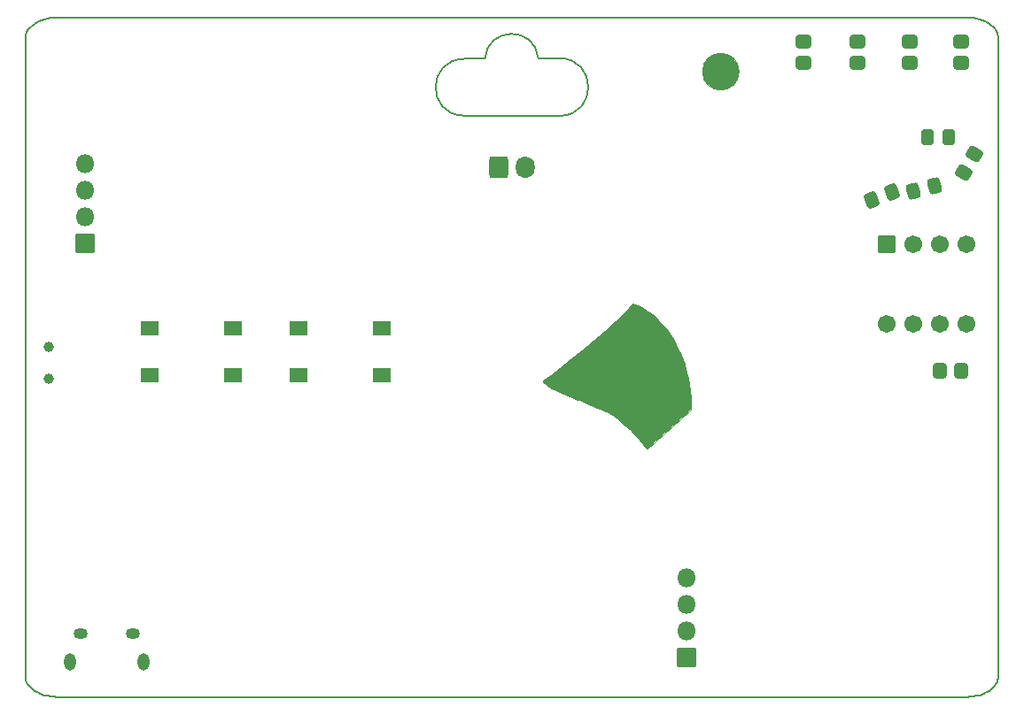
<source format=gts>
G04 #@! TF.GenerationSoftware,KiCad,Pcbnew,(6.0.0)*
G04 #@! TF.CreationDate,2022-02-16T09:51:19+01:00*
G04 #@! TF.ProjectId,drawing.kicad_v2_pcb,64726177-696e-4672-9e6b-696361645f76,v2.1*
G04 #@! TF.SameCoordinates,Original*
G04 #@! TF.FileFunction,Soldermask,Top*
G04 #@! TF.FilePolarity,Negative*
%FSLAX46Y46*%
G04 Gerber Fmt 4.6, Leading zero omitted, Abs format (unit mm)*
G04 Created by KiCad (PCBNEW (6.0.0)) date 2022-02-16 09:51:19*
%MOMM*%
%LPD*%
G01*
G04 APERTURE LIST*
G04 Aperture macros list*
%AMRoundRect*
0 Rectangle with rounded corners*
0 $1 Rounding radius*
0 $2 $3 $4 $5 $6 $7 $8 $9 X,Y pos of 4 corners*
0 Add a 4 corners polygon primitive as box body*
4,1,4,$2,$3,$4,$5,$6,$7,$8,$9,$2,$3,0*
0 Add four circle primitives for the rounded corners*
1,1,$1+$1,$2,$3*
1,1,$1+$1,$4,$5*
1,1,$1+$1,$6,$7*
1,1,$1+$1,$8,$9*
0 Add four rect primitives between the rounded corners*
20,1,$1+$1,$2,$3,$4,$5,0*
20,1,$1+$1,$4,$5,$6,$7,0*
20,1,$1+$1,$6,$7,$8,$9,0*
20,1,$1+$1,$8,$9,$2,$3,0*%
G04 Aperture macros list end*
G04 #@! TA.AperFunction,Profile*
%ADD10C,0.150000*%
G04 #@! TD*
%ADD11C,0.100000*%
%ADD12C,0.200000*%
G04 #@! TA.AperFunction,Profile*
%ADD13C,0.200000*%
G04 #@! TD*
%ADD14RoundRect,0.300800X-0.600000X-0.750000X0.600000X-0.750000X0.600000X0.750000X-0.600000X0.750000X0*%
%ADD15O,1.801600X2.101600*%
%ADD16RoundRect,0.300800X-0.151491X-0.534018X0.459309X-0.311705X0.151491X0.534018X-0.459309X0.311705X0*%
%ADD17RoundRect,0.300800X-0.197457X-0.518783X0.430394X-0.350550X0.197457X0.518783X-0.430394X0.350550X0*%
%ADD18RoundRect,0.300800X0.227211X-0.506458X0.552211X0.056458X-0.227211X0.506458X-0.552211X-0.056458X0*%
%ADD19RoundRect,0.300800X-0.325000X-0.450000X0.325000X-0.450000X0.325000X0.450000X-0.325000X0.450000X0*%
%ADD20RoundRect,0.300800X0.450000X-0.350000X0.450000X0.350000X-0.450000X0.350000X-0.450000X-0.350000X0*%
%ADD21RoundRect,0.050800X0.850000X0.850000X-0.850000X0.850000X-0.850000X-0.850000X0.850000X-0.850000X0*%
%ADD22O,1.801600X1.801600*%
%ADD23RoundRect,0.050800X0.775000X0.650000X-0.775000X0.650000X-0.775000X-0.650000X0.775000X-0.650000X0*%
%ADD24RoundRect,0.300800X-0.350000X-0.450000X0.350000X-0.450000X0.350000X0.450000X-0.350000X0.450000X0*%
%ADD25O,1.351600X1.051600*%
%ADD26O,1.101600X1.651600*%
%ADD27C,1.001600*%
%ADD28RoundRect,0.050800X-0.800000X0.800000X-0.800000X-0.800000X0.800000X-0.800000X0.800000X0.800000X0*%
%ADD29C,1.701600*%
%ADD30RoundRect,0.050800X-0.850000X-0.850000X0.850000X-0.850000X0.850000X0.850000X-0.850000X0.850000X0*%
G04 APERTURE END LIST*
D10*
X157096620Y-70834873D02*
X147866620Y-70804873D01*
X147916669Y-65364807D02*
X149926620Y-65364873D01*
X157036620Y-65324874D02*
X155026620Y-65314873D01*
X155026619Y-65314873D02*
G75*
G03*
X149926620Y-65364873I-2548019J-227008D01*
G01*
X147916669Y-65394800D02*
G75*
G03*
X147866620Y-70804873I0J-2705268D01*
G01*
X157096620Y-70834872D02*
G75*
G03*
X157036620Y-65324874I-41644J2754872D01*
G01*
D11*
X174224109Y-66605891D02*
G75*
G03*
X174224109Y-66605891I-1754109J0D01*
G01*
X164779960Y-89057480D02*
X165414960Y-89466420D01*
X165414960Y-89466420D02*
X166052500Y-89921080D01*
X166052500Y-89921080D02*
X166669720Y-90548460D01*
X166669720Y-90548460D02*
X167218360Y-91170760D01*
X167218360Y-91170760D02*
X167827960Y-92034360D01*
X167827960Y-92034360D02*
X168214040Y-92699840D01*
X168214040Y-92699840D02*
X168549320Y-93408500D01*
X168549320Y-93408500D02*
X168582340Y-93484700D01*
X168582340Y-93484700D02*
X168666160Y-93682820D01*
X168666160Y-93682820D02*
X168849040Y-94162880D01*
X168849040Y-94162880D02*
X168927780Y-94391480D01*
X168927780Y-94391480D02*
X168986200Y-94569280D01*
X168986200Y-94569280D02*
X169057320Y-94805500D01*
X169057320Y-94805500D02*
X169108120Y-94978220D01*
X169108120Y-94978220D02*
X169146220Y-95123000D01*
X169146220Y-95123000D02*
X169199560Y-95338900D01*
X169199560Y-95338900D02*
X169237660Y-95493840D01*
X169237660Y-95493840D02*
X169265600Y-95618300D01*
X169265600Y-95618300D02*
X169334180Y-95948500D01*
X169334180Y-95948500D02*
X169412920Y-96400620D01*
X169412920Y-96400620D02*
X169527220Y-97165160D01*
X169527220Y-97165160D02*
X169578020Y-97790000D01*
X169578020Y-97790000D02*
X169613580Y-98231960D01*
X169613580Y-98231960D02*
X169613580Y-98409760D01*
X169613580Y-98409760D02*
X169621200Y-98920300D01*
X169621200Y-98920300D02*
X165453060Y-102692200D01*
X165453060Y-102692200D02*
X165432740Y-102692200D01*
X165432740Y-102692200D02*
X165346380Y-102628700D01*
X165346380Y-102628700D02*
X165409880Y-102692200D01*
X165409880Y-102692200D02*
X165539420Y-102544880D01*
X165539420Y-102544880D02*
X165440360Y-102697280D01*
X165440360Y-102697280D02*
X165285420Y-102562660D01*
X165285420Y-102562660D02*
X164945060Y-102141020D01*
X164945060Y-102141020D02*
X164503100Y-101625400D01*
X164503100Y-101625400D02*
X164122100Y-101203760D01*
X164122100Y-101203760D02*
X163819840Y-100898960D01*
X163819840Y-100898960D02*
X163512500Y-100601780D01*
X163512500Y-100601780D02*
X162966400Y-100111560D01*
X162966400Y-100111560D02*
X162791140Y-99976940D01*
X162791140Y-99976940D02*
X162605720Y-99824540D01*
X162605720Y-99824540D02*
X162255200Y-99568000D01*
X162255200Y-99568000D02*
X162031680Y-99413060D01*
X162031680Y-99413060D02*
X161932620Y-99352100D01*
X161932620Y-99352100D02*
X161724340Y-99222560D01*
X161724340Y-99222560D02*
X161564320Y-99133660D01*
X161564320Y-99133660D02*
X161381440Y-99093020D01*
X161381440Y-99093020D02*
X161305240Y-99057460D01*
X161305240Y-99057460D02*
X161127440Y-98976180D01*
X161127440Y-98976180D02*
X160632140Y-98765360D01*
X160632140Y-98765360D02*
X160065720Y-98534220D01*
X160065720Y-98534220D02*
X159379920Y-98198940D01*
X159379920Y-98198940D02*
X159014160Y-98054160D01*
X159014160Y-98054160D02*
X158821120Y-97988120D01*
X158821120Y-97988120D02*
X158452820Y-97838260D01*
X158452820Y-97838260D02*
X158005780Y-97655380D01*
X158005780Y-97655380D02*
X157406340Y-97406460D01*
X157406340Y-97406460D02*
X157050740Y-97259140D01*
X157050740Y-97259140D02*
X156745940Y-97116900D01*
X156745940Y-97116900D02*
X156458920Y-96977200D01*
X156458920Y-96977200D02*
X156187140Y-96819720D01*
X156187140Y-96819720D02*
X155910280Y-96634300D01*
X155910280Y-96634300D02*
X155628340Y-96418400D01*
X155628340Y-96418400D02*
X155552140Y-96393000D01*
X155552140Y-96393000D02*
X155511500Y-96354900D01*
X155511500Y-96354900D02*
X155478480Y-96314260D01*
X155478480Y-96314260D02*
X155475940Y-96263460D01*
X155475940Y-96263460D02*
X155486100Y-96215200D01*
X155486100Y-96215200D02*
X155521660Y-96172020D01*
X155521660Y-96172020D02*
X155742640Y-95976440D01*
X155742640Y-95976440D02*
X156210000Y-95613220D01*
X156210000Y-95613220D02*
X157088840Y-94962980D01*
X157088840Y-94962980D02*
X158071820Y-94160340D01*
X158071820Y-94160340D02*
X159179260Y-93296740D01*
X159179260Y-93296740D02*
X160299400Y-92374720D01*
X160299400Y-92374720D02*
X161419540Y-91434920D01*
X161419540Y-91434920D02*
X162402520Y-90497660D01*
X162402520Y-90497660D02*
X163311840Y-89634060D01*
X163311840Y-89634060D02*
X164038280Y-88773000D01*
X164038280Y-88773000D02*
X164779960Y-89057480D01*
G36*
X164779960Y-89057480D02*
G01*
X165414960Y-89466420D01*
X166052500Y-89921080D01*
X166669720Y-90548460D01*
X167218360Y-91170760D01*
X167827960Y-92034360D01*
X168214040Y-92699840D01*
X168549320Y-93408500D01*
X168582340Y-93484700D01*
X168666160Y-93682820D01*
X168849040Y-94162880D01*
X168927780Y-94391480D01*
X168986200Y-94569280D01*
X169057320Y-94805500D01*
X169108120Y-94978220D01*
X169146220Y-95123000D01*
X169199560Y-95338900D01*
X169237660Y-95493840D01*
X169265600Y-95618300D01*
X169334180Y-95948500D01*
X169412920Y-96400620D01*
X169527220Y-97165160D01*
X169578020Y-97790000D01*
X169613580Y-98231960D01*
X169613580Y-98409760D01*
X169621200Y-98920300D01*
X165453060Y-102692200D01*
X165443662Y-102692200D01*
X165440360Y-102697280D01*
X165434513Y-102692200D01*
X165432740Y-102692200D01*
X165418856Y-102681991D01*
X165420549Y-102680067D01*
X165285420Y-102562660D01*
X164945060Y-102141020D01*
X164503100Y-101625400D01*
X164122100Y-101203760D01*
X163819840Y-100898960D01*
X163512500Y-100601780D01*
X162966400Y-100111560D01*
X162791140Y-99976940D01*
X162605720Y-99824540D01*
X162255200Y-99568000D01*
X162031680Y-99413060D01*
X161932620Y-99352100D01*
X161724340Y-99222560D01*
X161564320Y-99133660D01*
X161381440Y-99093020D01*
X161305240Y-99057460D01*
X161127440Y-98976180D01*
X160632140Y-98765360D01*
X160065720Y-98534220D01*
X159379920Y-98198940D01*
X159014160Y-98054160D01*
X158821120Y-97988120D01*
X158452820Y-97838260D01*
X158005780Y-97655380D01*
X157406340Y-97406460D01*
X157050740Y-97259140D01*
X156745940Y-97116900D01*
X156458920Y-96977200D01*
X156187140Y-96819720D01*
X155910280Y-96634300D01*
X155628340Y-96418400D01*
X155552140Y-96393000D01*
X155511500Y-96354900D01*
X155478480Y-96314260D01*
X155475940Y-96263460D01*
X155486100Y-96215200D01*
X155521660Y-96172020D01*
X155742640Y-95976440D01*
X156210000Y-95613220D01*
X157088840Y-94962980D01*
X158071820Y-94160340D01*
X159179260Y-93296740D01*
X160299400Y-92374720D01*
X161419540Y-91434920D01*
X162402520Y-90497660D01*
X163311840Y-89634060D01*
X164038280Y-88773000D01*
X164779960Y-89057480D01*
G37*
X164779960Y-89057480D02*
X165414960Y-89466420D01*
X166052500Y-89921080D01*
X166669720Y-90548460D01*
X167218360Y-91170760D01*
X167827960Y-92034360D01*
X168214040Y-92699840D01*
X168549320Y-93408500D01*
X168582340Y-93484700D01*
X168666160Y-93682820D01*
X168849040Y-94162880D01*
X168927780Y-94391480D01*
X168986200Y-94569280D01*
X169057320Y-94805500D01*
X169108120Y-94978220D01*
X169146220Y-95123000D01*
X169199560Y-95338900D01*
X169237660Y-95493840D01*
X169265600Y-95618300D01*
X169334180Y-95948500D01*
X169412920Y-96400620D01*
X169527220Y-97165160D01*
X169578020Y-97790000D01*
X169613580Y-98231960D01*
X169613580Y-98409760D01*
X169621200Y-98920300D01*
X165453060Y-102692200D01*
X165443662Y-102692200D01*
X165440360Y-102697280D01*
X165434513Y-102692200D01*
X165432740Y-102692200D01*
X165418856Y-102681991D01*
X165420549Y-102680067D01*
X165285420Y-102562660D01*
X164945060Y-102141020D01*
X164503100Y-101625400D01*
X164122100Y-101203760D01*
X163819840Y-100898960D01*
X163512500Y-100601780D01*
X162966400Y-100111560D01*
X162791140Y-99976940D01*
X162605720Y-99824540D01*
X162255200Y-99568000D01*
X162031680Y-99413060D01*
X161932620Y-99352100D01*
X161724340Y-99222560D01*
X161564320Y-99133660D01*
X161381440Y-99093020D01*
X161305240Y-99057460D01*
X161127440Y-98976180D01*
X160632140Y-98765360D01*
X160065720Y-98534220D01*
X159379920Y-98198940D01*
X159014160Y-98054160D01*
X158821120Y-97988120D01*
X158452820Y-97838260D01*
X158005780Y-97655380D01*
X157406340Y-97406460D01*
X157050740Y-97259140D01*
X156745940Y-97116900D01*
X156458920Y-96977200D01*
X156187140Y-96819720D01*
X155910280Y-96634300D01*
X155628340Y-96418400D01*
X155552140Y-96393000D01*
X155511500Y-96354900D01*
X155478480Y-96314260D01*
X155475940Y-96263460D01*
X155486100Y-96215200D01*
X155521660Y-96172020D01*
X155742640Y-95976440D01*
X156210000Y-95613220D01*
X157088840Y-94962980D01*
X158071820Y-94160340D01*
X159179260Y-93296740D01*
X160299400Y-92374720D01*
X161419540Y-91434920D01*
X162402520Y-90497660D01*
X163311840Y-89634060D01*
X164038280Y-88773000D01*
X164779960Y-89057480D01*
G36*
X165418856Y-102681991D02*
G01*
X165409880Y-102692200D01*
X165346380Y-102628700D01*
X165418856Y-102681991D01*
G37*
X165418856Y-102681991D02*
X165409880Y-102692200D01*
X165346380Y-102628700D01*
X165418856Y-102681991D01*
D12*
X199009991Y-124410835D02*
X198994558Y-124617854D01*
X198949252Y-124818762D01*
X198875557Y-125012559D01*
X198774959Y-125198246D01*
X198648943Y-125374823D01*
X198498994Y-125541290D01*
X198326598Y-125696648D01*
X198133240Y-125839897D01*
X197920406Y-125970037D01*
X197689580Y-126086068D01*
X197442248Y-126186991D01*
X197179896Y-126271807D01*
X196904009Y-126339514D01*
X196616072Y-126389115D01*
X196317570Y-126419608D01*
X196009990Y-126429995D01*
X196009990Y-61430000D02*
X196317570Y-61440386D01*
X196616072Y-61470880D01*
X196904009Y-61520480D01*
X197179896Y-61588188D01*
X197442248Y-61673004D01*
X197689580Y-61773927D01*
X197920406Y-61889959D01*
X198133240Y-62020099D01*
X198326598Y-62163348D01*
X198498994Y-62318706D01*
X198648943Y-62485173D01*
X198774959Y-62661750D01*
X198875557Y-62847436D01*
X198949252Y-63041233D01*
X198994558Y-63242140D01*
X199009991Y-63449159D01*
D13*
X109010000Y-61430000D02*
X109010000Y-61430000D01*
D12*
X109010000Y-126429995D02*
X108702419Y-126419608D01*
X108403917Y-126389115D01*
X108115979Y-126339514D01*
X107840092Y-126271807D01*
X107577739Y-126186991D01*
X107330408Y-126086068D01*
X107099582Y-125970037D01*
X106886747Y-125839897D01*
X106693389Y-125696648D01*
X106520992Y-125541290D01*
X106371043Y-125374823D01*
X106245027Y-125198246D01*
X106144429Y-125012559D01*
X106070734Y-124818762D01*
X106025428Y-124617854D01*
X106009996Y-124410835D01*
D13*
X196009990Y-126429995D02*
X109010000Y-126429995D01*
X199009991Y-63449159D02*
X199009991Y-124410835D01*
D12*
X106009996Y-63449159D02*
X106025428Y-63242140D01*
X106070734Y-63041233D01*
X106144429Y-62847436D01*
X106245027Y-62661750D01*
X106371043Y-62485173D01*
X106520992Y-62318706D01*
X106693389Y-62163348D01*
X106886747Y-62020099D01*
X107099582Y-61889959D01*
X107330408Y-61773927D01*
X107577739Y-61673004D01*
X107840092Y-61588188D01*
X108115979Y-61520480D01*
X108403917Y-61470880D01*
X108702419Y-61440386D01*
X109010000Y-61430000D01*
D13*
X106009996Y-124410835D02*
X106009996Y-63449159D01*
X109010000Y-61430000D02*
X196009990Y-61430000D01*
D10*
X157096620Y-70834873D02*
X147866620Y-70804873D01*
X147916669Y-65364807D02*
X149926620Y-65364873D01*
X157036620Y-65324874D02*
X155026620Y-65314873D01*
X155026619Y-65314873D02*
G75*
G03*
X149926620Y-65364873I-2548019J-227008D01*
G01*
X147916669Y-65394800D02*
G75*
G03*
X147866620Y-70804873I0J-2705268D01*
G01*
X157096620Y-70834872D02*
G75*
G03*
X157036620Y-65324874I-41644J2754872D01*
G01*
D11*
X174224109Y-66605891D02*
G75*
G03*
X174224109Y-66605891I-1754109J0D01*
G01*
X164779960Y-89057480D02*
X165414960Y-89466420D01*
X165414960Y-89466420D02*
X166052500Y-89921080D01*
X166052500Y-89921080D02*
X166669720Y-90548460D01*
X166669720Y-90548460D02*
X167218360Y-91170760D01*
X167218360Y-91170760D02*
X167827960Y-92034360D01*
X167827960Y-92034360D02*
X168214040Y-92699840D01*
X168214040Y-92699840D02*
X168549320Y-93408500D01*
X168549320Y-93408500D02*
X168582340Y-93484700D01*
X168582340Y-93484700D02*
X168666160Y-93682820D01*
X168666160Y-93682820D02*
X168849040Y-94162880D01*
X168849040Y-94162880D02*
X168927780Y-94391480D01*
X168927780Y-94391480D02*
X168986200Y-94569280D01*
X168986200Y-94569280D02*
X169057320Y-94805500D01*
X169057320Y-94805500D02*
X169108120Y-94978220D01*
X169108120Y-94978220D02*
X169146220Y-95123000D01*
X169146220Y-95123000D02*
X169199560Y-95338900D01*
X169199560Y-95338900D02*
X169237660Y-95493840D01*
X169237660Y-95493840D02*
X169265600Y-95618300D01*
X169265600Y-95618300D02*
X169334180Y-95948500D01*
X169334180Y-95948500D02*
X169412920Y-96400620D01*
X169412920Y-96400620D02*
X169527220Y-97165160D01*
X169527220Y-97165160D02*
X169578020Y-97790000D01*
X169578020Y-97790000D02*
X169613580Y-98231960D01*
X169613580Y-98231960D02*
X169613580Y-98409760D01*
X169613580Y-98409760D02*
X169621200Y-98920300D01*
X169621200Y-98920300D02*
X165453060Y-102692200D01*
X165453060Y-102692200D02*
X165432740Y-102692200D01*
X165432740Y-102692200D02*
X165346380Y-102628700D01*
X165346380Y-102628700D02*
X165409880Y-102692200D01*
X165409880Y-102692200D02*
X165539420Y-102544880D01*
X165539420Y-102544880D02*
X165440360Y-102697280D01*
X165440360Y-102697280D02*
X165285420Y-102562660D01*
X165285420Y-102562660D02*
X164945060Y-102141020D01*
X164945060Y-102141020D02*
X164503100Y-101625400D01*
X164503100Y-101625400D02*
X164122100Y-101203760D01*
X164122100Y-101203760D02*
X163819840Y-100898960D01*
X163819840Y-100898960D02*
X163512500Y-100601780D01*
X163512500Y-100601780D02*
X162966400Y-100111560D01*
X162966400Y-100111560D02*
X162791140Y-99976940D01*
X162791140Y-99976940D02*
X162605720Y-99824540D01*
X162605720Y-99824540D02*
X162255200Y-99568000D01*
X162255200Y-99568000D02*
X162031680Y-99413060D01*
X162031680Y-99413060D02*
X161932620Y-99352100D01*
X161932620Y-99352100D02*
X161724340Y-99222560D01*
X161724340Y-99222560D02*
X161564320Y-99133660D01*
X161564320Y-99133660D02*
X161381440Y-99093020D01*
X161381440Y-99093020D02*
X161305240Y-99057460D01*
X161305240Y-99057460D02*
X161127440Y-98976180D01*
X161127440Y-98976180D02*
X160632140Y-98765360D01*
X160632140Y-98765360D02*
X160065720Y-98534220D01*
X160065720Y-98534220D02*
X159379920Y-98198940D01*
X159379920Y-98198940D02*
X159014160Y-98054160D01*
X159014160Y-98054160D02*
X158821120Y-97988120D01*
X158821120Y-97988120D02*
X158452820Y-97838260D01*
X158452820Y-97838260D02*
X158005780Y-97655380D01*
X158005780Y-97655380D02*
X157406340Y-97406460D01*
X157406340Y-97406460D02*
X157050740Y-97259140D01*
X157050740Y-97259140D02*
X156745940Y-97116900D01*
X156745940Y-97116900D02*
X156458920Y-96977200D01*
X156458920Y-96977200D02*
X156187140Y-96819720D01*
X156187140Y-96819720D02*
X155910280Y-96634300D01*
X155910280Y-96634300D02*
X155628340Y-96418400D01*
X155628340Y-96418400D02*
X155552140Y-96393000D01*
X155552140Y-96393000D02*
X155511500Y-96354900D01*
X155511500Y-96354900D02*
X155478480Y-96314260D01*
X155478480Y-96314260D02*
X155475940Y-96263460D01*
X155475940Y-96263460D02*
X155486100Y-96215200D01*
X155486100Y-96215200D02*
X155521660Y-96172020D01*
X155521660Y-96172020D02*
X155742640Y-95976440D01*
X155742640Y-95976440D02*
X156210000Y-95613220D01*
X156210000Y-95613220D02*
X157088840Y-94962980D01*
X157088840Y-94962980D02*
X158071820Y-94160340D01*
X158071820Y-94160340D02*
X159179260Y-93296740D01*
X159179260Y-93296740D02*
X160299400Y-92374720D01*
X160299400Y-92374720D02*
X161419540Y-91434920D01*
X161419540Y-91434920D02*
X162402520Y-90497660D01*
X162402520Y-90497660D02*
X163311840Y-89634060D01*
X163311840Y-89634060D02*
X164038280Y-88773000D01*
X164038280Y-88773000D02*
X164779960Y-89057480D01*
G36*
X164779960Y-89057480D02*
G01*
X165414960Y-89466420D01*
X166052500Y-89921080D01*
X166669720Y-90548460D01*
X167218360Y-91170760D01*
X167827960Y-92034360D01*
X168214040Y-92699840D01*
X168549320Y-93408500D01*
X168582340Y-93484700D01*
X168666160Y-93682820D01*
X168849040Y-94162880D01*
X168927780Y-94391480D01*
X168986200Y-94569280D01*
X169057320Y-94805500D01*
X169108120Y-94978220D01*
X169146220Y-95123000D01*
X169199560Y-95338900D01*
X169237660Y-95493840D01*
X169265600Y-95618300D01*
X169334180Y-95948500D01*
X169412920Y-96400620D01*
X169527220Y-97165160D01*
X169578020Y-97790000D01*
X169613580Y-98231960D01*
X169613580Y-98409760D01*
X169621200Y-98920300D01*
X165453060Y-102692200D01*
X165443662Y-102692200D01*
X165440360Y-102697280D01*
X165434513Y-102692200D01*
X165432740Y-102692200D01*
X165418856Y-102681991D01*
X165420549Y-102680067D01*
X165285420Y-102562660D01*
X164945060Y-102141020D01*
X164503100Y-101625400D01*
X164122100Y-101203760D01*
X163819840Y-100898960D01*
X163512500Y-100601780D01*
X162966400Y-100111560D01*
X162791140Y-99976940D01*
X162605720Y-99824540D01*
X162255200Y-99568000D01*
X162031680Y-99413060D01*
X161932620Y-99352100D01*
X161724340Y-99222560D01*
X161564320Y-99133660D01*
X161381440Y-99093020D01*
X161305240Y-99057460D01*
X161127440Y-98976180D01*
X160632140Y-98765360D01*
X160065720Y-98534220D01*
X159379920Y-98198940D01*
X159014160Y-98054160D01*
X158821120Y-97988120D01*
X158452820Y-97838260D01*
X158005780Y-97655380D01*
X157406340Y-97406460D01*
X157050740Y-97259140D01*
X156745940Y-97116900D01*
X156458920Y-96977200D01*
X156187140Y-96819720D01*
X155910280Y-96634300D01*
X155628340Y-96418400D01*
X155552140Y-96393000D01*
X155511500Y-96354900D01*
X155478480Y-96314260D01*
X155475940Y-96263460D01*
X155486100Y-96215200D01*
X155521660Y-96172020D01*
X155742640Y-95976440D01*
X156210000Y-95613220D01*
X157088840Y-94962980D01*
X158071820Y-94160340D01*
X159179260Y-93296740D01*
X160299400Y-92374720D01*
X161419540Y-91434920D01*
X162402520Y-90497660D01*
X163311840Y-89634060D01*
X164038280Y-88773000D01*
X164779960Y-89057480D01*
G37*
X164779960Y-89057480D02*
X165414960Y-89466420D01*
X166052500Y-89921080D01*
X166669720Y-90548460D01*
X167218360Y-91170760D01*
X167827960Y-92034360D01*
X168214040Y-92699840D01*
X168549320Y-93408500D01*
X168582340Y-93484700D01*
X168666160Y-93682820D01*
X168849040Y-94162880D01*
X168927780Y-94391480D01*
X168986200Y-94569280D01*
X169057320Y-94805500D01*
X169108120Y-94978220D01*
X169146220Y-95123000D01*
X169199560Y-95338900D01*
X169237660Y-95493840D01*
X169265600Y-95618300D01*
X169334180Y-95948500D01*
X169412920Y-96400620D01*
X169527220Y-97165160D01*
X169578020Y-97790000D01*
X169613580Y-98231960D01*
X169613580Y-98409760D01*
X169621200Y-98920300D01*
X165453060Y-102692200D01*
X165443662Y-102692200D01*
X165440360Y-102697280D01*
X165434513Y-102692200D01*
X165432740Y-102692200D01*
X165418856Y-102681991D01*
X165420549Y-102680067D01*
X165285420Y-102562660D01*
X164945060Y-102141020D01*
X164503100Y-101625400D01*
X164122100Y-101203760D01*
X163819840Y-100898960D01*
X163512500Y-100601780D01*
X162966400Y-100111560D01*
X162791140Y-99976940D01*
X162605720Y-99824540D01*
X162255200Y-99568000D01*
X162031680Y-99413060D01*
X161932620Y-99352100D01*
X161724340Y-99222560D01*
X161564320Y-99133660D01*
X161381440Y-99093020D01*
X161305240Y-99057460D01*
X161127440Y-98976180D01*
X160632140Y-98765360D01*
X160065720Y-98534220D01*
X159379920Y-98198940D01*
X159014160Y-98054160D01*
X158821120Y-97988120D01*
X158452820Y-97838260D01*
X158005780Y-97655380D01*
X157406340Y-97406460D01*
X157050740Y-97259140D01*
X156745940Y-97116900D01*
X156458920Y-96977200D01*
X156187140Y-96819720D01*
X155910280Y-96634300D01*
X155628340Y-96418400D01*
X155552140Y-96393000D01*
X155511500Y-96354900D01*
X155478480Y-96314260D01*
X155475940Y-96263460D01*
X155486100Y-96215200D01*
X155521660Y-96172020D01*
X155742640Y-95976440D01*
X156210000Y-95613220D01*
X157088840Y-94962980D01*
X158071820Y-94160340D01*
X159179260Y-93296740D01*
X160299400Y-92374720D01*
X161419540Y-91434920D01*
X162402520Y-90497660D01*
X163311840Y-89634060D01*
X164038280Y-88773000D01*
X164779960Y-89057480D01*
G36*
X165418856Y-102681991D02*
G01*
X165409880Y-102692200D01*
X165346380Y-102628700D01*
X165418856Y-102681991D01*
G37*
X165418856Y-102681991D02*
X165409880Y-102692200D01*
X165346380Y-102628700D01*
X165418856Y-102681991D01*
D12*
X199009991Y-124410835D02*
X198994558Y-124617854D01*
X198949252Y-124818762D01*
X198875557Y-125012559D01*
X198774959Y-125198246D01*
X198648943Y-125374823D01*
X198498994Y-125541290D01*
X198326598Y-125696648D01*
X198133240Y-125839897D01*
X197920406Y-125970037D01*
X197689580Y-126086068D01*
X197442248Y-126186991D01*
X197179896Y-126271807D01*
X196904009Y-126339514D01*
X196616072Y-126389115D01*
X196317570Y-126419608D01*
X196009990Y-126429995D01*
X196009990Y-61430000D02*
X196317570Y-61440386D01*
X196616072Y-61470880D01*
X196904009Y-61520480D01*
X197179896Y-61588188D01*
X197442248Y-61673004D01*
X197689580Y-61773927D01*
X197920406Y-61889959D01*
X198133240Y-62020099D01*
X198326598Y-62163348D01*
X198498994Y-62318706D01*
X198648943Y-62485173D01*
X198774959Y-62661750D01*
X198875557Y-62847436D01*
X198949252Y-63041233D01*
X198994558Y-63242140D01*
X199009991Y-63449159D01*
D13*
X109010000Y-61430000D02*
X109010000Y-61430000D01*
D12*
X109010000Y-126429995D02*
X108702419Y-126419608D01*
X108403917Y-126389115D01*
X108115979Y-126339514D01*
X107840092Y-126271807D01*
X107577739Y-126186991D01*
X107330408Y-126086068D01*
X107099582Y-125970037D01*
X106886747Y-125839897D01*
X106693389Y-125696648D01*
X106520992Y-125541290D01*
X106371043Y-125374823D01*
X106245027Y-125198246D01*
X106144429Y-125012559D01*
X106070734Y-124818762D01*
X106025428Y-124617854D01*
X106009996Y-124410835D01*
D13*
X196009990Y-126429995D02*
X109010000Y-126429995D01*
X199009991Y-63449159D02*
X199009991Y-124410835D01*
D12*
X106009996Y-63449159D02*
X106025428Y-63242140D01*
X106070734Y-63041233D01*
X106144429Y-62847436D01*
X106245027Y-62661750D01*
X106371043Y-62485173D01*
X106520992Y-62318706D01*
X106693389Y-62163348D01*
X106886747Y-62020099D01*
X107099582Y-61889959D01*
X107330408Y-61773927D01*
X107577739Y-61673004D01*
X107840092Y-61588188D01*
X108115979Y-61520480D01*
X108403917Y-61470880D01*
X108702419Y-61440386D01*
X109010000Y-61430000D01*
D13*
X106009996Y-124410835D02*
X106009996Y-63449159D01*
X109010000Y-61430000D02*
X196009990Y-61430000D01*
D14*
X151250000Y-75760000D03*
D15*
X153750000Y-75760000D03*
D16*
X186920615Y-78861971D03*
X188846985Y-78160829D03*
D17*
X190905766Y-78035010D03*
X192885914Y-77504430D03*
D18*
X195677100Y-76249476D03*
X196702100Y-74474124D03*
D19*
X192208040Y-72864980D03*
X194258040Y-72864980D03*
D20*
X180365400Y-65719200D03*
X180365400Y-63719200D03*
X185572400Y-65770000D03*
X185572400Y-63770000D03*
X195453000Y-65770000D03*
X195453000Y-63770000D03*
X190500000Y-65770000D03*
X190500000Y-63770000D03*
D21*
X111709200Y-83058000D03*
D22*
X111709200Y-80518000D03*
X111709200Y-77978000D03*
X111709200Y-75438000D03*
D23*
X125875000Y-95645800D03*
X117925000Y-95645800D03*
X125875000Y-91145800D03*
X117925000Y-91145800D03*
D24*
X193411600Y-95224600D03*
X195411600Y-95224600D03*
D23*
X140068200Y-95671200D03*
X132118200Y-95671200D03*
X140068200Y-91171200D03*
X132118200Y-91171200D03*
D25*
X116276760Y-120398540D03*
X111276760Y-120398540D03*
D26*
X117276760Y-123098540D03*
X110276760Y-123098540D03*
D27*
X108264000Y-95962600D03*
X108264000Y-92962600D03*
D28*
X188325600Y-83083400D03*
D29*
X190865600Y-83083400D03*
X193405600Y-83083400D03*
X195945600Y-83083400D03*
X195945600Y-90703400D03*
X193405600Y-90703400D03*
X190865600Y-90703400D03*
X188325600Y-90703400D03*
D30*
X169195200Y-122645800D03*
D22*
X169195200Y-120105800D03*
X169195200Y-117565800D03*
X169195200Y-115025800D03*
G36*
X172478130Y-64859604D02*
G01*
X172483203Y-64860087D01*
X172825486Y-64869337D01*
X172872475Y-64879807D01*
X173381365Y-65101868D01*
X173415129Y-65123577D01*
X173778425Y-65449612D01*
X173798703Y-65472893D01*
X174048353Y-65842745D01*
X174065478Y-65880086D01*
X174204945Y-66391465D01*
X174209302Y-66429197D01*
X174190714Y-66940376D01*
X174183349Y-66978476D01*
X174017201Y-67439996D01*
X173996630Y-67476536D01*
X173640058Y-67917560D01*
X173617154Y-67939531D01*
X173336436Y-68147805D01*
X173300550Y-68166365D01*
X172787942Y-68334128D01*
X172751128Y-68340356D01*
X172260441Y-68349614D01*
X172220481Y-68343900D01*
X171777864Y-68205582D01*
X171744535Y-68189470D01*
X171304585Y-67889930D01*
X171278701Y-67866441D01*
X171003115Y-67535738D01*
X170982547Y-67500920D01*
X170746871Y-66897589D01*
X170738588Y-66861168D01*
X170711501Y-66500018D01*
X170714793Y-66460507D01*
X170855290Y-65889152D01*
X170870336Y-65853203D01*
X171016313Y-65615991D01*
X171024331Y-65604456D01*
X171251776Y-65313326D01*
X171296704Y-65277228D01*
X172162218Y-64863287D01*
X172220778Y-64851026D01*
X172478130Y-64859604D01*
G37*
M02*

</source>
